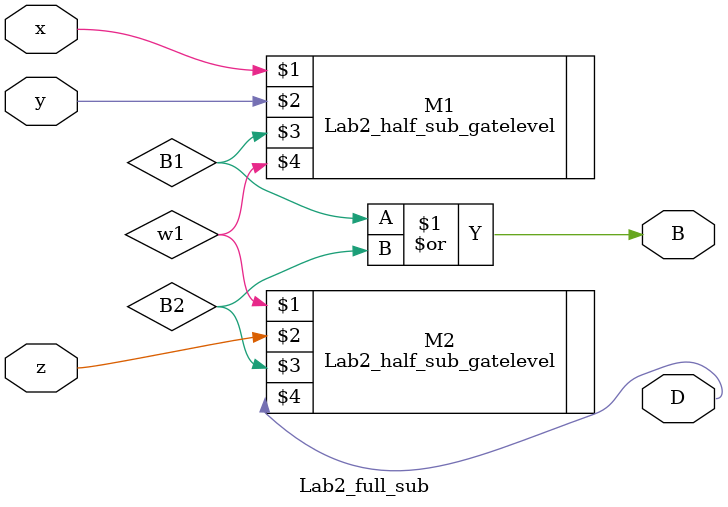
<source format=v>
module	Lab2_full_sub(
	input x, y, z, 
	output B, D);
	wire	w1, B1, B2;
	
	Lab2_half_sub_gatelevel M1(x, y, B1, w1);
	Lab2_half_sub_gatelevel M2(w1, z, B2, D);
	or	#(2)G1(B, B1, B2);
	
endmodule
</source>
